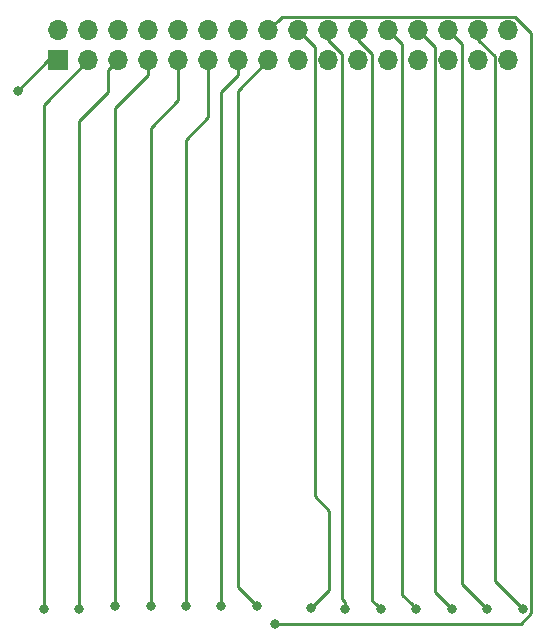
<source format=gbl>
G04 #@! TF.GenerationSoftware,KiCad,Pcbnew,(5.1.4)-1*
G04 #@! TF.CreationDate,2019-09-21T23:03:51-04:00*
G04 #@! TF.ProjectId,GameBoyCartridgeBreakout,47616d65-426f-4794-9361-727472696467,rev?*
G04 #@! TF.SameCoordinates,Original*
G04 #@! TF.FileFunction,Copper,L2,Bot*
G04 #@! TF.FilePolarity,Positive*
%FSLAX46Y46*%
G04 Gerber Fmt 4.6, Leading zero omitted, Abs format (unit mm)*
G04 Created by KiCad (PCBNEW (5.1.4)-1) date 2019-09-21 23:03:51*
%MOMM*%
%LPD*%
G04 APERTURE LIST*
%ADD10R,1.700000X1.700000*%
%ADD11O,1.700000X1.700000*%
%ADD12C,0.800000*%
%ADD13C,0.250000*%
G04 APERTURE END LIST*
D10*
X130950000Y-48540000D03*
D11*
X130950000Y-46000000D03*
X133490000Y-48540000D03*
X133490000Y-46000000D03*
X136030000Y-48540000D03*
X136030000Y-46000000D03*
X138570000Y-48540000D03*
X138570000Y-46000000D03*
X141110000Y-48540000D03*
X141110000Y-46000000D03*
X143650000Y-48540000D03*
X143650000Y-46000000D03*
X146190000Y-48540000D03*
X146190000Y-46000000D03*
X148730000Y-48540000D03*
X148730000Y-46000000D03*
X151270000Y-48540000D03*
X151270000Y-46000000D03*
X153810000Y-48540000D03*
X153810000Y-46000000D03*
X156350000Y-48540000D03*
X156350000Y-46000000D03*
X158890000Y-48540000D03*
X158890000Y-46000000D03*
X161430000Y-48540000D03*
X161430000Y-46000000D03*
X163970000Y-48540000D03*
X163970000Y-46000000D03*
X166510000Y-48540000D03*
X166510000Y-46000000D03*
X169050000Y-48540000D03*
X169050000Y-46000000D03*
D12*
X127500000Y-51100000D03*
X129750000Y-94950000D03*
X132725000Y-94950000D03*
X135750000Y-94750000D03*
X138750000Y-94750000D03*
X141750000Y-94750000D03*
X144750000Y-94750000D03*
X147750000Y-94750000D03*
X149250000Y-96250000D03*
X152350000Y-94875000D03*
X155250000Y-95000000D03*
X158250000Y-95000000D03*
X161250000Y-95000000D03*
X164250000Y-95000000D03*
X167250000Y-95000000D03*
X170250000Y-95000000D03*
D13*
X130060000Y-48540000D02*
X130950000Y-48540000D01*
X127500000Y-51100000D02*
X130060000Y-48540000D01*
X129750000Y-52280000D02*
X129750000Y-94950000D01*
X133490000Y-48540000D02*
X129750000Y-52280000D01*
X135180001Y-49389999D02*
X135180001Y-51244999D01*
X136030000Y-48540000D02*
X135180001Y-49389999D01*
X132725000Y-53700000D02*
X132725000Y-94950000D01*
X135180001Y-51244999D02*
X132725000Y-53700000D01*
X138570000Y-49742081D02*
X135750000Y-52562081D01*
X138570000Y-48540000D02*
X138570000Y-49742081D01*
X135750000Y-52562081D02*
X135750000Y-94750000D01*
X141110000Y-48540000D02*
X141110000Y-51890000D01*
X141110000Y-51890000D02*
X138750000Y-54250000D01*
X138750000Y-54250000D02*
X138750000Y-94750000D01*
X143650000Y-48540000D02*
X143650000Y-53350000D01*
X143650000Y-53350000D02*
X141750000Y-55250000D01*
X141750000Y-55250000D02*
X141750000Y-94750000D01*
X146190000Y-49742081D02*
X144750000Y-51182081D01*
X146190000Y-48540000D02*
X146190000Y-49742081D01*
X144750000Y-51182081D02*
X144750000Y-56750000D01*
X144750000Y-56750000D02*
X144750000Y-94750000D01*
X147350001Y-94350001D02*
X147750000Y-94750000D01*
X146146993Y-93146993D02*
X147350001Y-94350001D01*
X146146993Y-51123007D02*
X146146993Y-93146993D01*
X148730000Y-48540000D02*
X146146993Y-51123007D01*
X149579999Y-45150001D02*
X148730000Y-46000000D01*
X149905001Y-44824999D02*
X149579999Y-45150001D01*
X169614001Y-44824999D02*
X149905001Y-44824999D01*
X170975001Y-46185999D02*
X169614001Y-44824999D01*
X170975001Y-95348001D02*
X170975001Y-46185999D01*
X170073002Y-96250000D02*
X170975001Y-95348001D01*
X149250000Y-96250000D02*
X170073002Y-96250000D01*
X152749999Y-94475001D02*
X152350000Y-94875000D01*
X153853006Y-93371994D02*
X152749999Y-94475001D01*
X153853006Y-86656643D02*
X153853006Y-93371994D01*
X152634999Y-85438636D02*
X153853006Y-86656643D01*
X152634999Y-47364999D02*
X152634999Y-85438636D01*
X151270000Y-46000000D02*
X152634999Y-47364999D01*
X153810000Y-46800998D02*
X154985001Y-47975999D01*
X153810000Y-46000000D02*
X153810000Y-46800998D01*
X154985001Y-47975999D02*
X154985001Y-94169316D01*
X154985001Y-94169316D02*
X155250000Y-94434315D01*
X155250000Y-94434315D02*
X155250000Y-95000000D01*
X157850001Y-94600001D02*
X158250000Y-95000000D01*
X157525001Y-94275001D02*
X157850001Y-94600001D01*
X157525001Y-47975999D02*
X157525001Y-94275001D01*
X156350000Y-46800998D02*
X157525001Y-47975999D01*
X156350000Y-46000000D02*
X156350000Y-46800998D01*
X160850001Y-94600001D02*
X161250000Y-95000000D01*
X160065001Y-93815001D02*
X160850001Y-94600001D01*
X160065001Y-47175001D02*
X160065001Y-93815001D01*
X158890000Y-46000000D02*
X160065001Y-47175001D01*
X163850001Y-94600001D02*
X164250000Y-95000000D01*
X162794999Y-93544999D02*
X163850001Y-94600001D01*
X162794999Y-47364999D02*
X162794999Y-93544999D01*
X161430000Y-46000000D02*
X162794999Y-47364999D01*
X166850001Y-94600001D02*
X167250000Y-95000000D01*
X165145001Y-92895001D02*
X166850001Y-94600001D01*
X165145001Y-47175001D02*
X165145001Y-92895001D01*
X163970000Y-46000000D02*
X165145001Y-47175001D01*
X169850001Y-94600001D02*
X170250000Y-95000000D01*
X167874999Y-92624999D02*
X169850001Y-94600001D01*
X167874999Y-48165997D02*
X167874999Y-92624999D01*
X166510000Y-46800998D02*
X167874999Y-48165997D01*
X166510000Y-46000000D02*
X166510000Y-46800998D01*
M02*

</source>
